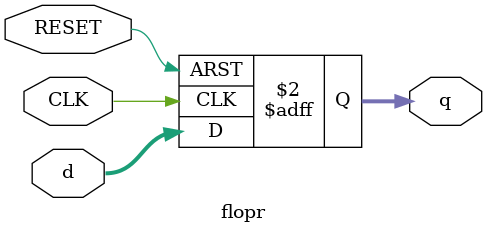
<source format=v>
`timescale 1ns / 1ps

module flopr #(parameter WIDTH = 8)
	(input CLK, RESET,
	input [WIDTH - 1:0] d,
	output reg [WIDTH - 1:0] q);

	always @(posedge CLK, posedge RESET)
		if (RESET)
			q <= 0;
		else
			q <= d;
endmodule

</source>
